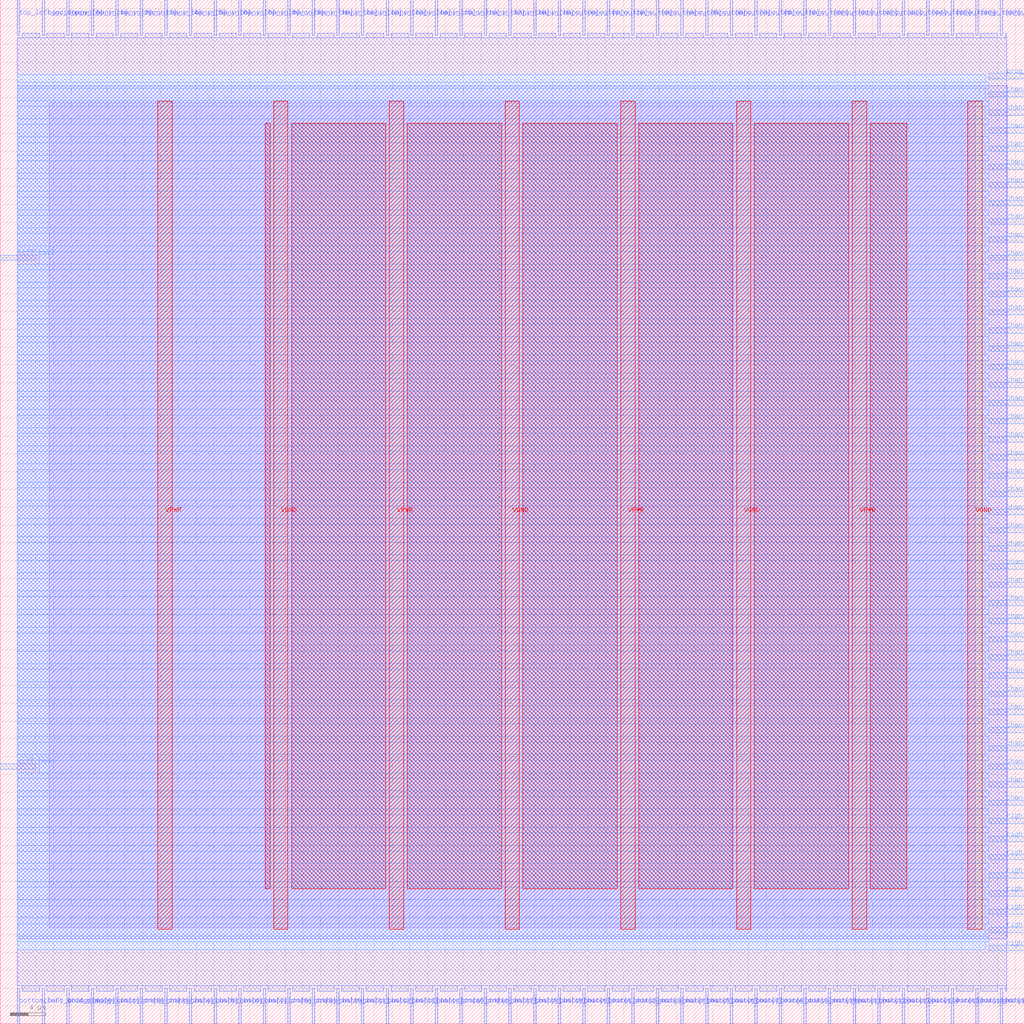
<source format=lef>
VERSION 5.7 ;
  NOWIREEXTENSIONATPIN ON ;
  DIVIDERCHAR "/" ;
  BUSBITCHARS "[]" ;
MACRO sb_0__1_
  CLASS BLOCK ;
  FOREIGN sb_0__1_ ;
  ORIGIN 0.000 0.000 ;
  SIZE 115.000 BY 115.000 ;
  PIN VGND
    DIRECTION INOUT ;
    USE GROUND ;
    PORT
      LAYER met4 ;
        RECT 30.710 10.640 32.310 103.600 ;
    END
    PORT
      LAYER met4 ;
        RECT 56.700 10.640 58.300 103.600 ;
    END
    PORT
      LAYER met4 ;
        RECT 82.690 10.640 84.290 103.600 ;
    END
    PORT
      LAYER met4 ;
        RECT 108.680 10.640 110.280 103.600 ;
    END
  END VGND
  PIN VPWR
    DIRECTION INOUT ;
    USE POWER ;
    PORT
      LAYER met4 ;
        RECT 17.715 10.640 19.315 103.600 ;
    END
    PORT
      LAYER met4 ;
        RECT 43.705 10.640 45.305 103.600 ;
    END
    PORT
      LAYER met4 ;
        RECT 69.695 10.640 71.295 103.600 ;
    END
    PORT
      LAYER met4 ;
        RECT 95.685 10.640 97.285 103.600 ;
    END
  END VPWR
  PIN bottom_left_grid_pin_1_
    DIRECTION INPUT ;
    USE SIGNAL ;
    PORT
      LAYER met2 ;
        RECT 1.930 0.000 2.210 4.000 ;
    END
  END bottom_left_grid_pin_1_
  PIN ccff_head
    DIRECTION INPUT ;
    USE SIGNAL ;
    PORT
      LAYER met3 ;
        RECT 0.000 28.600 4.000 29.200 ;
    END
  END ccff_head
  PIN ccff_tail
    DIRECTION OUTPUT TRISTATE ;
    USE SIGNAL ;
    PORT
      LAYER met3 ;
        RECT 0.000 85.720 4.000 86.320 ;
    END
  END ccff_tail
  PIN chanx_right_in[0]
    DIRECTION INPUT ;
    USE SIGNAL ;
    PORT
      LAYER met3 ;
        RECT 111.000 24.520 115.000 25.120 ;
    END
  END chanx_right_in[0]
  PIN chanx_right_in[10]
    DIRECTION INPUT ;
    USE SIGNAL ;
    PORT
      LAYER met3 ;
        RECT 111.000 44.920 115.000 45.520 ;
    END
  END chanx_right_in[10]
  PIN chanx_right_in[11]
    DIRECTION INPUT ;
    USE SIGNAL ;
    PORT
      LAYER met3 ;
        RECT 111.000 46.960 115.000 47.560 ;
    END
  END chanx_right_in[11]
  PIN chanx_right_in[12]
    DIRECTION INPUT ;
    USE SIGNAL ;
    PORT
      LAYER met3 ;
        RECT 111.000 49.000 115.000 49.600 ;
    END
  END chanx_right_in[12]
  PIN chanx_right_in[13]
    DIRECTION INPUT ;
    USE SIGNAL ;
    PORT
      LAYER met3 ;
        RECT 111.000 51.040 115.000 51.640 ;
    END
  END chanx_right_in[13]
  PIN chanx_right_in[14]
    DIRECTION INPUT ;
    USE SIGNAL ;
    PORT
      LAYER met3 ;
        RECT 111.000 53.080 115.000 53.680 ;
    END
  END chanx_right_in[14]
  PIN chanx_right_in[15]
    DIRECTION INPUT ;
    USE SIGNAL ;
    PORT
      LAYER met3 ;
        RECT 111.000 55.120 115.000 55.720 ;
    END
  END chanx_right_in[15]
  PIN chanx_right_in[16]
    DIRECTION INPUT ;
    USE SIGNAL ;
    PORT
      LAYER met3 ;
        RECT 111.000 57.160 115.000 57.760 ;
    END
  END chanx_right_in[16]
  PIN chanx_right_in[17]
    DIRECTION INPUT ;
    USE SIGNAL ;
    PORT
      LAYER met3 ;
        RECT 111.000 59.200 115.000 59.800 ;
    END
  END chanx_right_in[17]
  PIN chanx_right_in[18]
    DIRECTION INPUT ;
    USE SIGNAL ;
    PORT
      LAYER met3 ;
        RECT 111.000 61.240 115.000 61.840 ;
    END
  END chanx_right_in[18]
  PIN chanx_right_in[19]
    DIRECTION INPUT ;
    USE SIGNAL ;
    PORT
      LAYER met3 ;
        RECT 111.000 63.280 115.000 63.880 ;
    END
  END chanx_right_in[19]
  PIN chanx_right_in[1]
    DIRECTION INPUT ;
    USE SIGNAL ;
    PORT
      LAYER met3 ;
        RECT 111.000 26.560 115.000 27.160 ;
    END
  END chanx_right_in[1]
  PIN chanx_right_in[2]
    DIRECTION INPUT ;
    USE SIGNAL ;
    PORT
      LAYER met3 ;
        RECT 111.000 28.600 115.000 29.200 ;
    END
  END chanx_right_in[2]
  PIN chanx_right_in[3]
    DIRECTION INPUT ;
    USE SIGNAL ;
    PORT
      LAYER met3 ;
        RECT 111.000 30.640 115.000 31.240 ;
    END
  END chanx_right_in[3]
  PIN chanx_right_in[4]
    DIRECTION INPUT ;
    USE SIGNAL ;
    PORT
      LAYER met3 ;
        RECT 111.000 32.680 115.000 33.280 ;
    END
  END chanx_right_in[4]
  PIN chanx_right_in[5]
    DIRECTION INPUT ;
    USE SIGNAL ;
    PORT
      LAYER met3 ;
        RECT 111.000 34.720 115.000 35.320 ;
    END
  END chanx_right_in[5]
  PIN chanx_right_in[6]
    DIRECTION INPUT ;
    USE SIGNAL ;
    PORT
      LAYER met3 ;
        RECT 111.000 36.760 115.000 37.360 ;
    END
  END chanx_right_in[6]
  PIN chanx_right_in[7]
    DIRECTION INPUT ;
    USE SIGNAL ;
    PORT
      LAYER met3 ;
        RECT 111.000 38.800 115.000 39.400 ;
    END
  END chanx_right_in[7]
  PIN chanx_right_in[8]
    DIRECTION INPUT ;
    USE SIGNAL ;
    PORT
      LAYER met3 ;
        RECT 111.000 40.840 115.000 41.440 ;
    END
  END chanx_right_in[8]
  PIN chanx_right_in[9]
    DIRECTION INPUT ;
    USE SIGNAL ;
    PORT
      LAYER met3 ;
        RECT 111.000 42.880 115.000 43.480 ;
    END
  END chanx_right_in[9]
  PIN chanx_right_out[0]
    DIRECTION OUTPUT TRISTATE ;
    USE SIGNAL ;
    PORT
      LAYER met3 ;
        RECT 111.000 65.320 115.000 65.920 ;
    END
  END chanx_right_out[0]
  PIN chanx_right_out[10]
    DIRECTION OUTPUT TRISTATE ;
    USE SIGNAL ;
    PORT
      LAYER met3 ;
        RECT 111.000 85.720 115.000 86.320 ;
    END
  END chanx_right_out[10]
  PIN chanx_right_out[11]
    DIRECTION OUTPUT TRISTATE ;
    USE SIGNAL ;
    PORT
      LAYER met3 ;
        RECT 111.000 87.760 115.000 88.360 ;
    END
  END chanx_right_out[11]
  PIN chanx_right_out[12]
    DIRECTION OUTPUT TRISTATE ;
    USE SIGNAL ;
    PORT
      LAYER met3 ;
        RECT 111.000 89.800 115.000 90.400 ;
    END
  END chanx_right_out[12]
  PIN chanx_right_out[13]
    DIRECTION OUTPUT TRISTATE ;
    USE SIGNAL ;
    PORT
      LAYER met3 ;
        RECT 111.000 91.840 115.000 92.440 ;
    END
  END chanx_right_out[13]
  PIN chanx_right_out[14]
    DIRECTION OUTPUT TRISTATE ;
    USE SIGNAL ;
    PORT
      LAYER met3 ;
        RECT 111.000 93.880 115.000 94.480 ;
    END
  END chanx_right_out[14]
  PIN chanx_right_out[15]
    DIRECTION OUTPUT TRISTATE ;
    USE SIGNAL ;
    PORT
      LAYER met3 ;
        RECT 111.000 95.920 115.000 96.520 ;
    END
  END chanx_right_out[15]
  PIN chanx_right_out[16]
    DIRECTION OUTPUT TRISTATE ;
    USE SIGNAL ;
    PORT
      LAYER met3 ;
        RECT 111.000 97.960 115.000 98.560 ;
    END
  END chanx_right_out[16]
  PIN chanx_right_out[17]
    DIRECTION OUTPUT TRISTATE ;
    USE SIGNAL ;
    PORT
      LAYER met3 ;
        RECT 111.000 100.000 115.000 100.600 ;
    END
  END chanx_right_out[17]
  PIN chanx_right_out[18]
    DIRECTION OUTPUT TRISTATE ;
    USE SIGNAL ;
    PORT
      LAYER met3 ;
        RECT 111.000 102.040 115.000 102.640 ;
    END
  END chanx_right_out[18]
  PIN chanx_right_out[19]
    DIRECTION OUTPUT TRISTATE ;
    USE SIGNAL ;
    PORT
      LAYER met3 ;
        RECT 111.000 104.080 115.000 104.680 ;
    END
  END chanx_right_out[19]
  PIN chanx_right_out[1]
    DIRECTION OUTPUT TRISTATE ;
    USE SIGNAL ;
    PORT
      LAYER met3 ;
        RECT 111.000 67.360 115.000 67.960 ;
    END
  END chanx_right_out[1]
  PIN chanx_right_out[2]
    DIRECTION OUTPUT TRISTATE ;
    USE SIGNAL ;
    PORT
      LAYER met3 ;
        RECT 111.000 69.400 115.000 70.000 ;
    END
  END chanx_right_out[2]
  PIN chanx_right_out[3]
    DIRECTION OUTPUT TRISTATE ;
    USE SIGNAL ;
    PORT
      LAYER met3 ;
        RECT 111.000 71.440 115.000 72.040 ;
    END
  END chanx_right_out[3]
  PIN chanx_right_out[4]
    DIRECTION OUTPUT TRISTATE ;
    USE SIGNAL ;
    PORT
      LAYER met3 ;
        RECT 111.000 73.480 115.000 74.080 ;
    END
  END chanx_right_out[4]
  PIN chanx_right_out[5]
    DIRECTION OUTPUT TRISTATE ;
    USE SIGNAL ;
    PORT
      LAYER met3 ;
        RECT 111.000 75.520 115.000 76.120 ;
    END
  END chanx_right_out[5]
  PIN chanx_right_out[6]
    DIRECTION OUTPUT TRISTATE ;
    USE SIGNAL ;
    PORT
      LAYER met3 ;
        RECT 111.000 77.560 115.000 78.160 ;
    END
  END chanx_right_out[6]
  PIN chanx_right_out[7]
    DIRECTION OUTPUT TRISTATE ;
    USE SIGNAL ;
    PORT
      LAYER met3 ;
        RECT 111.000 79.600 115.000 80.200 ;
    END
  END chanx_right_out[7]
  PIN chanx_right_out[8]
    DIRECTION OUTPUT TRISTATE ;
    USE SIGNAL ;
    PORT
      LAYER met3 ;
        RECT 111.000 81.640 115.000 82.240 ;
    END
  END chanx_right_out[8]
  PIN chanx_right_out[9]
    DIRECTION OUTPUT TRISTATE ;
    USE SIGNAL ;
    PORT
      LAYER met3 ;
        RECT 111.000 83.680 115.000 84.280 ;
    END
  END chanx_right_out[9]
  PIN chany_bottom_in[0]
    DIRECTION INPUT ;
    USE SIGNAL ;
    PORT
      LAYER met2 ;
        RECT 4.690 0.000 4.970 4.000 ;
    END
  END chany_bottom_in[0]
  PIN chany_bottom_in[10]
    DIRECTION INPUT ;
    USE SIGNAL ;
    PORT
      LAYER met2 ;
        RECT 32.290 0.000 32.570 4.000 ;
    END
  END chany_bottom_in[10]
  PIN chany_bottom_in[11]
    DIRECTION INPUT ;
    USE SIGNAL ;
    PORT
      LAYER met2 ;
        RECT 35.050 0.000 35.330 4.000 ;
    END
  END chany_bottom_in[11]
  PIN chany_bottom_in[12]
    DIRECTION INPUT ;
    USE SIGNAL ;
    PORT
      LAYER met2 ;
        RECT 37.810 0.000 38.090 4.000 ;
    END
  END chany_bottom_in[12]
  PIN chany_bottom_in[13]
    DIRECTION INPUT ;
    USE SIGNAL ;
    PORT
      LAYER met2 ;
        RECT 40.570 0.000 40.850 4.000 ;
    END
  END chany_bottom_in[13]
  PIN chany_bottom_in[14]
    DIRECTION INPUT ;
    USE SIGNAL ;
    PORT
      LAYER met2 ;
        RECT 43.330 0.000 43.610 4.000 ;
    END
  END chany_bottom_in[14]
  PIN chany_bottom_in[15]
    DIRECTION INPUT ;
    USE SIGNAL ;
    PORT
      LAYER met2 ;
        RECT 46.090 0.000 46.370 4.000 ;
    END
  END chany_bottom_in[15]
  PIN chany_bottom_in[16]
    DIRECTION INPUT ;
    USE SIGNAL ;
    PORT
      LAYER met2 ;
        RECT 48.850 0.000 49.130 4.000 ;
    END
  END chany_bottom_in[16]
  PIN chany_bottom_in[17]
    DIRECTION INPUT ;
    USE SIGNAL ;
    PORT
      LAYER met2 ;
        RECT 51.610 0.000 51.890 4.000 ;
    END
  END chany_bottom_in[17]
  PIN chany_bottom_in[18]
    DIRECTION INPUT ;
    USE SIGNAL ;
    PORT
      LAYER met2 ;
        RECT 54.370 0.000 54.650 4.000 ;
    END
  END chany_bottom_in[18]
  PIN chany_bottom_in[19]
    DIRECTION INPUT ;
    USE SIGNAL ;
    PORT
      LAYER met2 ;
        RECT 57.130 0.000 57.410 4.000 ;
    END
  END chany_bottom_in[19]
  PIN chany_bottom_in[1]
    DIRECTION INPUT ;
    USE SIGNAL ;
    PORT
      LAYER met2 ;
        RECT 7.450 0.000 7.730 4.000 ;
    END
  END chany_bottom_in[1]
  PIN chany_bottom_in[2]
    DIRECTION INPUT ;
    USE SIGNAL ;
    PORT
      LAYER met2 ;
        RECT 10.210 0.000 10.490 4.000 ;
    END
  END chany_bottom_in[2]
  PIN chany_bottom_in[3]
    DIRECTION INPUT ;
    USE SIGNAL ;
    PORT
      LAYER met2 ;
        RECT 12.970 0.000 13.250 4.000 ;
    END
  END chany_bottom_in[3]
  PIN chany_bottom_in[4]
    DIRECTION INPUT ;
    USE SIGNAL ;
    PORT
      LAYER met2 ;
        RECT 15.730 0.000 16.010 4.000 ;
    END
  END chany_bottom_in[4]
  PIN chany_bottom_in[5]
    DIRECTION INPUT ;
    USE SIGNAL ;
    PORT
      LAYER met2 ;
        RECT 18.490 0.000 18.770 4.000 ;
    END
  END chany_bottom_in[5]
  PIN chany_bottom_in[6]
    DIRECTION INPUT ;
    USE SIGNAL ;
    PORT
      LAYER met2 ;
        RECT 21.250 0.000 21.530 4.000 ;
    END
  END chany_bottom_in[6]
  PIN chany_bottom_in[7]
    DIRECTION INPUT ;
    USE SIGNAL ;
    PORT
      LAYER met2 ;
        RECT 24.010 0.000 24.290 4.000 ;
    END
  END chany_bottom_in[7]
  PIN chany_bottom_in[8]
    DIRECTION INPUT ;
    USE SIGNAL ;
    PORT
      LAYER met2 ;
        RECT 26.770 0.000 27.050 4.000 ;
    END
  END chany_bottom_in[8]
  PIN chany_bottom_in[9]
    DIRECTION INPUT ;
    USE SIGNAL ;
    PORT
      LAYER met2 ;
        RECT 29.530 0.000 29.810 4.000 ;
    END
  END chany_bottom_in[9]
  PIN chany_bottom_out[0]
    DIRECTION OUTPUT TRISTATE ;
    USE SIGNAL ;
    PORT
      LAYER met2 ;
        RECT 59.890 0.000 60.170 4.000 ;
    END
  END chany_bottom_out[0]
  PIN chany_bottom_out[10]
    DIRECTION OUTPUT TRISTATE ;
    USE SIGNAL ;
    PORT
      LAYER met2 ;
        RECT 87.490 0.000 87.770 4.000 ;
    END
  END chany_bottom_out[10]
  PIN chany_bottom_out[11]
    DIRECTION OUTPUT TRISTATE ;
    USE SIGNAL ;
    PORT
      LAYER met2 ;
        RECT 90.250 0.000 90.530 4.000 ;
    END
  END chany_bottom_out[11]
  PIN chany_bottom_out[12]
    DIRECTION OUTPUT TRISTATE ;
    USE SIGNAL ;
    PORT
      LAYER met2 ;
        RECT 93.010 0.000 93.290 4.000 ;
    END
  END chany_bottom_out[12]
  PIN chany_bottom_out[13]
    DIRECTION OUTPUT TRISTATE ;
    USE SIGNAL ;
    PORT
      LAYER met2 ;
        RECT 95.770 0.000 96.050 4.000 ;
    END
  END chany_bottom_out[13]
  PIN chany_bottom_out[14]
    DIRECTION OUTPUT TRISTATE ;
    USE SIGNAL ;
    PORT
      LAYER met2 ;
        RECT 98.530 0.000 98.810 4.000 ;
    END
  END chany_bottom_out[14]
  PIN chany_bottom_out[15]
    DIRECTION OUTPUT TRISTATE ;
    USE SIGNAL ;
    PORT
      LAYER met2 ;
        RECT 101.290 0.000 101.570 4.000 ;
    END
  END chany_bottom_out[15]
  PIN chany_bottom_out[16]
    DIRECTION OUTPUT TRISTATE ;
    USE SIGNAL ;
    PORT
      LAYER met2 ;
        RECT 104.050 0.000 104.330 4.000 ;
    END
  END chany_bottom_out[16]
  PIN chany_bottom_out[17]
    DIRECTION OUTPUT TRISTATE ;
    USE SIGNAL ;
    PORT
      LAYER met2 ;
        RECT 106.810 0.000 107.090 4.000 ;
    END
  END chany_bottom_out[17]
  PIN chany_bottom_out[18]
    DIRECTION OUTPUT TRISTATE ;
    USE SIGNAL ;
    PORT
      LAYER met2 ;
        RECT 109.570 0.000 109.850 4.000 ;
    END
  END chany_bottom_out[18]
  PIN chany_bottom_out[19]
    DIRECTION OUTPUT TRISTATE ;
    USE SIGNAL ;
    PORT
      LAYER met2 ;
        RECT 112.330 0.000 112.610 4.000 ;
    END
  END chany_bottom_out[19]
  PIN chany_bottom_out[1]
    DIRECTION OUTPUT TRISTATE ;
    USE SIGNAL ;
    PORT
      LAYER met2 ;
        RECT 62.650 0.000 62.930 4.000 ;
    END
  END chany_bottom_out[1]
  PIN chany_bottom_out[2]
    DIRECTION OUTPUT TRISTATE ;
    USE SIGNAL ;
    PORT
      LAYER met2 ;
        RECT 65.410 0.000 65.690 4.000 ;
    END
  END chany_bottom_out[2]
  PIN chany_bottom_out[3]
    DIRECTION OUTPUT TRISTATE ;
    USE SIGNAL ;
    PORT
      LAYER met2 ;
        RECT 68.170 0.000 68.450 4.000 ;
    END
  END chany_bottom_out[3]
  PIN chany_bottom_out[4]
    DIRECTION OUTPUT TRISTATE ;
    USE SIGNAL ;
    PORT
      LAYER met2 ;
        RECT 70.930 0.000 71.210 4.000 ;
    END
  END chany_bottom_out[4]
  PIN chany_bottom_out[5]
    DIRECTION OUTPUT TRISTATE ;
    USE SIGNAL ;
    PORT
      LAYER met2 ;
        RECT 73.690 0.000 73.970 4.000 ;
    END
  END chany_bottom_out[5]
  PIN chany_bottom_out[6]
    DIRECTION OUTPUT TRISTATE ;
    USE SIGNAL ;
    PORT
      LAYER met2 ;
        RECT 76.450 0.000 76.730 4.000 ;
    END
  END chany_bottom_out[6]
  PIN chany_bottom_out[7]
    DIRECTION OUTPUT TRISTATE ;
    USE SIGNAL ;
    PORT
      LAYER met2 ;
        RECT 79.210 0.000 79.490 4.000 ;
    END
  END chany_bottom_out[7]
  PIN chany_bottom_out[8]
    DIRECTION OUTPUT TRISTATE ;
    USE SIGNAL ;
    PORT
      LAYER met2 ;
        RECT 81.970 0.000 82.250 4.000 ;
    END
  END chany_bottom_out[8]
  PIN chany_bottom_out[9]
    DIRECTION OUTPUT TRISTATE ;
    USE SIGNAL ;
    PORT
      LAYER met2 ;
        RECT 84.730 0.000 85.010 4.000 ;
    END
  END chany_bottom_out[9]
  PIN chany_top_in[0]
    DIRECTION INPUT ;
    USE SIGNAL ;
    PORT
      LAYER met2 ;
        RECT 4.690 111.000 4.970 115.000 ;
    END
  END chany_top_in[0]
  PIN chany_top_in[10]
    DIRECTION INPUT ;
    USE SIGNAL ;
    PORT
      LAYER met2 ;
        RECT 32.290 111.000 32.570 115.000 ;
    END
  END chany_top_in[10]
  PIN chany_top_in[11]
    DIRECTION INPUT ;
    USE SIGNAL ;
    PORT
      LAYER met2 ;
        RECT 35.050 111.000 35.330 115.000 ;
    END
  END chany_top_in[11]
  PIN chany_top_in[12]
    DIRECTION INPUT ;
    USE SIGNAL ;
    PORT
      LAYER met2 ;
        RECT 37.810 111.000 38.090 115.000 ;
    END
  END chany_top_in[12]
  PIN chany_top_in[13]
    DIRECTION INPUT ;
    USE SIGNAL ;
    PORT
      LAYER met2 ;
        RECT 40.570 111.000 40.850 115.000 ;
    END
  END chany_top_in[13]
  PIN chany_top_in[14]
    DIRECTION INPUT ;
    USE SIGNAL ;
    PORT
      LAYER met2 ;
        RECT 43.330 111.000 43.610 115.000 ;
    END
  END chany_top_in[14]
  PIN chany_top_in[15]
    DIRECTION INPUT ;
    USE SIGNAL ;
    PORT
      LAYER met2 ;
        RECT 46.090 111.000 46.370 115.000 ;
    END
  END chany_top_in[15]
  PIN chany_top_in[16]
    DIRECTION INPUT ;
    USE SIGNAL ;
    PORT
      LAYER met2 ;
        RECT 48.850 111.000 49.130 115.000 ;
    END
  END chany_top_in[16]
  PIN chany_top_in[17]
    DIRECTION INPUT ;
    USE SIGNAL ;
    PORT
      LAYER met2 ;
        RECT 51.610 111.000 51.890 115.000 ;
    END
  END chany_top_in[17]
  PIN chany_top_in[18]
    DIRECTION INPUT ;
    USE SIGNAL ;
    PORT
      LAYER met2 ;
        RECT 54.370 111.000 54.650 115.000 ;
    END
  END chany_top_in[18]
  PIN chany_top_in[19]
    DIRECTION INPUT ;
    USE SIGNAL ;
    PORT
      LAYER met2 ;
        RECT 57.130 111.000 57.410 115.000 ;
    END
  END chany_top_in[19]
  PIN chany_top_in[1]
    DIRECTION INPUT ;
    USE SIGNAL ;
    PORT
      LAYER met2 ;
        RECT 7.450 111.000 7.730 115.000 ;
    END
  END chany_top_in[1]
  PIN chany_top_in[2]
    DIRECTION INPUT ;
    USE SIGNAL ;
    PORT
      LAYER met2 ;
        RECT 10.210 111.000 10.490 115.000 ;
    END
  END chany_top_in[2]
  PIN chany_top_in[3]
    DIRECTION INPUT ;
    USE SIGNAL ;
    PORT
      LAYER met2 ;
        RECT 12.970 111.000 13.250 115.000 ;
    END
  END chany_top_in[3]
  PIN chany_top_in[4]
    DIRECTION INPUT ;
    USE SIGNAL ;
    PORT
      LAYER met2 ;
        RECT 15.730 111.000 16.010 115.000 ;
    END
  END chany_top_in[4]
  PIN chany_top_in[5]
    DIRECTION INPUT ;
    USE SIGNAL ;
    PORT
      LAYER met2 ;
        RECT 18.490 111.000 18.770 115.000 ;
    END
  END chany_top_in[5]
  PIN chany_top_in[6]
    DIRECTION INPUT ;
    USE SIGNAL ;
    PORT
      LAYER met2 ;
        RECT 21.250 111.000 21.530 115.000 ;
    END
  END chany_top_in[6]
  PIN chany_top_in[7]
    DIRECTION INPUT ;
    USE SIGNAL ;
    PORT
      LAYER met2 ;
        RECT 24.010 111.000 24.290 115.000 ;
    END
  END chany_top_in[7]
  PIN chany_top_in[8]
    DIRECTION INPUT ;
    USE SIGNAL ;
    PORT
      LAYER met2 ;
        RECT 26.770 111.000 27.050 115.000 ;
    END
  END chany_top_in[8]
  PIN chany_top_in[9]
    DIRECTION INPUT ;
    USE SIGNAL ;
    PORT
      LAYER met2 ;
        RECT 29.530 111.000 29.810 115.000 ;
    END
  END chany_top_in[9]
  PIN chany_top_out[0]
    DIRECTION OUTPUT TRISTATE ;
    USE SIGNAL ;
    PORT
      LAYER met2 ;
        RECT 59.890 111.000 60.170 115.000 ;
    END
  END chany_top_out[0]
  PIN chany_top_out[10]
    DIRECTION OUTPUT TRISTATE ;
    USE SIGNAL ;
    PORT
      LAYER met2 ;
        RECT 87.490 111.000 87.770 115.000 ;
    END
  END chany_top_out[10]
  PIN chany_top_out[11]
    DIRECTION OUTPUT TRISTATE ;
    USE SIGNAL ;
    PORT
      LAYER met2 ;
        RECT 90.250 111.000 90.530 115.000 ;
    END
  END chany_top_out[11]
  PIN chany_top_out[12]
    DIRECTION OUTPUT TRISTATE ;
    USE SIGNAL ;
    PORT
      LAYER met2 ;
        RECT 93.010 111.000 93.290 115.000 ;
    END
  END chany_top_out[12]
  PIN chany_top_out[13]
    DIRECTION OUTPUT TRISTATE ;
    USE SIGNAL ;
    PORT
      LAYER met2 ;
        RECT 95.770 111.000 96.050 115.000 ;
    END
  END chany_top_out[13]
  PIN chany_top_out[14]
    DIRECTION OUTPUT TRISTATE ;
    USE SIGNAL ;
    PORT
      LAYER met2 ;
        RECT 98.530 111.000 98.810 115.000 ;
    END
  END chany_top_out[14]
  PIN chany_top_out[15]
    DIRECTION OUTPUT TRISTATE ;
    USE SIGNAL ;
    PORT
      LAYER met2 ;
        RECT 101.290 111.000 101.570 115.000 ;
    END
  END chany_top_out[15]
  PIN chany_top_out[16]
    DIRECTION OUTPUT TRISTATE ;
    USE SIGNAL ;
    PORT
      LAYER met2 ;
        RECT 104.050 111.000 104.330 115.000 ;
    END
  END chany_top_out[16]
  PIN chany_top_out[17]
    DIRECTION OUTPUT TRISTATE ;
    USE SIGNAL ;
    PORT
      LAYER met2 ;
        RECT 106.810 111.000 107.090 115.000 ;
    END
  END chany_top_out[17]
  PIN chany_top_out[18]
    DIRECTION OUTPUT TRISTATE ;
    USE SIGNAL ;
    PORT
      LAYER met2 ;
        RECT 109.570 111.000 109.850 115.000 ;
    END
  END chany_top_out[18]
  PIN chany_top_out[19]
    DIRECTION OUTPUT TRISTATE ;
    USE SIGNAL ;
    PORT
      LAYER met2 ;
        RECT 112.330 111.000 112.610 115.000 ;
    END
  END chany_top_out[19]
  PIN chany_top_out[1]
    DIRECTION OUTPUT TRISTATE ;
    USE SIGNAL ;
    PORT
      LAYER met2 ;
        RECT 62.650 111.000 62.930 115.000 ;
    END
  END chany_top_out[1]
  PIN chany_top_out[2]
    DIRECTION OUTPUT TRISTATE ;
    USE SIGNAL ;
    PORT
      LAYER met2 ;
        RECT 65.410 111.000 65.690 115.000 ;
    END
  END chany_top_out[2]
  PIN chany_top_out[3]
    DIRECTION OUTPUT TRISTATE ;
    USE SIGNAL ;
    PORT
      LAYER met2 ;
        RECT 68.170 111.000 68.450 115.000 ;
    END
  END chany_top_out[3]
  PIN chany_top_out[4]
    DIRECTION OUTPUT TRISTATE ;
    USE SIGNAL ;
    PORT
      LAYER met2 ;
        RECT 70.930 111.000 71.210 115.000 ;
    END
  END chany_top_out[4]
  PIN chany_top_out[5]
    DIRECTION OUTPUT TRISTATE ;
    USE SIGNAL ;
    PORT
      LAYER met2 ;
        RECT 73.690 111.000 73.970 115.000 ;
    END
  END chany_top_out[5]
  PIN chany_top_out[6]
    DIRECTION OUTPUT TRISTATE ;
    USE SIGNAL ;
    PORT
      LAYER met2 ;
        RECT 76.450 111.000 76.730 115.000 ;
    END
  END chany_top_out[6]
  PIN chany_top_out[7]
    DIRECTION OUTPUT TRISTATE ;
    USE SIGNAL ;
    PORT
      LAYER met2 ;
        RECT 79.210 111.000 79.490 115.000 ;
    END
  END chany_top_out[7]
  PIN chany_top_out[8]
    DIRECTION OUTPUT TRISTATE ;
    USE SIGNAL ;
    PORT
      LAYER met2 ;
        RECT 81.970 111.000 82.250 115.000 ;
    END
  END chany_top_out[8]
  PIN chany_top_out[9]
    DIRECTION OUTPUT TRISTATE ;
    USE SIGNAL ;
    PORT
      LAYER met2 ;
        RECT 84.730 111.000 85.010 115.000 ;
    END
  END chany_top_out[9]
  PIN prog_clk_0_E_in
    DIRECTION INPUT ;
    USE SIGNAL ;
    PORT
      LAYER met3 ;
        RECT 111.000 106.120 115.000 106.720 ;
    END
  END prog_clk_0_E_in
  PIN right_bottom_grid_pin_34_
    DIRECTION INPUT ;
    USE SIGNAL ;
    PORT
      LAYER met3 ;
        RECT 111.000 8.200 115.000 8.800 ;
    END
  END right_bottom_grid_pin_34_
  PIN right_bottom_grid_pin_35_
    DIRECTION INPUT ;
    USE SIGNAL ;
    PORT
      LAYER met3 ;
        RECT 111.000 10.240 115.000 10.840 ;
    END
  END right_bottom_grid_pin_35_
  PIN right_bottom_grid_pin_36_
    DIRECTION INPUT ;
    USE SIGNAL ;
    PORT
      LAYER met3 ;
        RECT 111.000 12.280 115.000 12.880 ;
    END
  END right_bottom_grid_pin_36_
  PIN right_bottom_grid_pin_37_
    DIRECTION INPUT ;
    USE SIGNAL ;
    PORT
      LAYER met3 ;
        RECT 111.000 14.320 115.000 14.920 ;
    END
  END right_bottom_grid_pin_37_
  PIN right_bottom_grid_pin_38_
    DIRECTION INPUT ;
    USE SIGNAL ;
    PORT
      LAYER met3 ;
        RECT 111.000 16.360 115.000 16.960 ;
    END
  END right_bottom_grid_pin_38_
  PIN right_bottom_grid_pin_39_
    DIRECTION INPUT ;
    USE SIGNAL ;
    PORT
      LAYER met3 ;
        RECT 111.000 18.400 115.000 19.000 ;
    END
  END right_bottom_grid_pin_39_
  PIN right_bottom_grid_pin_40_
    DIRECTION INPUT ;
    USE SIGNAL ;
    PORT
      LAYER met3 ;
        RECT 111.000 20.440 115.000 21.040 ;
    END
  END right_bottom_grid_pin_40_
  PIN right_bottom_grid_pin_41_
    DIRECTION INPUT ;
    USE SIGNAL ;
    PORT
      LAYER met3 ;
        RECT 111.000 22.480 115.000 23.080 ;
    END
  END right_bottom_grid_pin_41_
  PIN top_left_grid_pin_1_
    DIRECTION INPUT ;
    USE SIGNAL ;
    PORT
      LAYER met2 ;
        RECT 1.930 111.000 2.210 115.000 ;
    END
  END top_left_grid_pin_1_
  OBS
      LAYER li1 ;
        RECT 5.520 10.795 109.480 103.445 ;
      LAYER met1 ;
        RECT 1.910 9.560 113.090 105.360 ;
      LAYER met2 ;
        RECT 2.490 110.720 4.410 111.250 ;
        RECT 5.250 110.720 7.170 111.250 ;
        RECT 8.010 110.720 9.930 111.250 ;
        RECT 10.770 110.720 12.690 111.250 ;
        RECT 13.530 110.720 15.450 111.250 ;
        RECT 16.290 110.720 18.210 111.250 ;
        RECT 19.050 110.720 20.970 111.250 ;
        RECT 21.810 110.720 23.730 111.250 ;
        RECT 24.570 110.720 26.490 111.250 ;
        RECT 27.330 110.720 29.250 111.250 ;
        RECT 30.090 110.720 32.010 111.250 ;
        RECT 32.850 110.720 34.770 111.250 ;
        RECT 35.610 110.720 37.530 111.250 ;
        RECT 38.370 110.720 40.290 111.250 ;
        RECT 41.130 110.720 43.050 111.250 ;
        RECT 43.890 110.720 45.810 111.250 ;
        RECT 46.650 110.720 48.570 111.250 ;
        RECT 49.410 110.720 51.330 111.250 ;
        RECT 52.170 110.720 54.090 111.250 ;
        RECT 54.930 110.720 56.850 111.250 ;
        RECT 57.690 110.720 59.610 111.250 ;
        RECT 60.450 110.720 62.370 111.250 ;
        RECT 63.210 110.720 65.130 111.250 ;
        RECT 65.970 110.720 67.890 111.250 ;
        RECT 68.730 110.720 70.650 111.250 ;
        RECT 71.490 110.720 73.410 111.250 ;
        RECT 74.250 110.720 76.170 111.250 ;
        RECT 77.010 110.720 78.930 111.250 ;
        RECT 79.770 110.720 81.690 111.250 ;
        RECT 82.530 110.720 84.450 111.250 ;
        RECT 85.290 110.720 87.210 111.250 ;
        RECT 88.050 110.720 89.970 111.250 ;
        RECT 90.810 110.720 92.730 111.250 ;
        RECT 93.570 110.720 95.490 111.250 ;
        RECT 96.330 110.720 98.250 111.250 ;
        RECT 99.090 110.720 101.010 111.250 ;
        RECT 101.850 110.720 103.770 111.250 ;
        RECT 104.610 110.720 106.530 111.250 ;
        RECT 107.370 110.720 109.290 111.250 ;
        RECT 110.130 110.720 112.050 111.250 ;
        RECT 112.890 110.720 113.060 111.250 ;
        RECT 1.930 4.280 113.060 110.720 ;
        RECT 2.490 3.670 4.410 4.280 ;
        RECT 5.250 3.670 7.170 4.280 ;
        RECT 8.010 3.670 9.930 4.280 ;
        RECT 10.770 3.670 12.690 4.280 ;
        RECT 13.530 3.670 15.450 4.280 ;
        RECT 16.290 3.670 18.210 4.280 ;
        RECT 19.050 3.670 20.970 4.280 ;
        RECT 21.810 3.670 23.730 4.280 ;
        RECT 24.570 3.670 26.490 4.280 ;
        RECT 27.330 3.670 29.250 4.280 ;
        RECT 30.090 3.670 32.010 4.280 ;
        RECT 32.850 3.670 34.770 4.280 ;
        RECT 35.610 3.670 37.530 4.280 ;
        RECT 38.370 3.670 40.290 4.280 ;
        RECT 41.130 3.670 43.050 4.280 ;
        RECT 43.890 3.670 45.810 4.280 ;
        RECT 46.650 3.670 48.570 4.280 ;
        RECT 49.410 3.670 51.330 4.280 ;
        RECT 52.170 3.670 54.090 4.280 ;
        RECT 54.930 3.670 56.850 4.280 ;
        RECT 57.690 3.670 59.610 4.280 ;
        RECT 60.450 3.670 62.370 4.280 ;
        RECT 63.210 3.670 65.130 4.280 ;
        RECT 65.970 3.670 67.890 4.280 ;
        RECT 68.730 3.670 70.650 4.280 ;
        RECT 71.490 3.670 73.410 4.280 ;
        RECT 74.250 3.670 76.170 4.280 ;
        RECT 77.010 3.670 78.930 4.280 ;
        RECT 79.770 3.670 81.690 4.280 ;
        RECT 82.530 3.670 84.450 4.280 ;
        RECT 85.290 3.670 87.210 4.280 ;
        RECT 88.050 3.670 89.970 4.280 ;
        RECT 90.810 3.670 92.730 4.280 ;
        RECT 93.570 3.670 95.490 4.280 ;
        RECT 96.330 3.670 98.250 4.280 ;
        RECT 99.090 3.670 101.010 4.280 ;
        RECT 101.850 3.670 103.770 4.280 ;
        RECT 104.610 3.670 106.530 4.280 ;
        RECT 107.370 3.670 109.290 4.280 ;
        RECT 110.130 3.670 112.050 4.280 ;
        RECT 112.890 3.670 113.060 4.280 ;
      LAYER met3 ;
        RECT 1.905 105.720 110.600 106.585 ;
        RECT 1.905 105.080 111.010 105.720 ;
        RECT 1.905 103.680 110.600 105.080 ;
        RECT 1.905 103.040 111.010 103.680 ;
        RECT 1.905 101.640 110.600 103.040 ;
        RECT 1.905 101.000 111.010 101.640 ;
        RECT 1.905 99.600 110.600 101.000 ;
        RECT 1.905 98.960 111.010 99.600 ;
        RECT 1.905 97.560 110.600 98.960 ;
        RECT 1.905 96.920 111.010 97.560 ;
        RECT 1.905 95.520 110.600 96.920 ;
        RECT 1.905 94.880 111.010 95.520 ;
        RECT 1.905 93.480 110.600 94.880 ;
        RECT 1.905 92.840 111.010 93.480 ;
        RECT 1.905 91.440 110.600 92.840 ;
        RECT 1.905 90.800 111.010 91.440 ;
        RECT 1.905 89.400 110.600 90.800 ;
        RECT 1.905 88.760 111.010 89.400 ;
        RECT 1.905 87.360 110.600 88.760 ;
        RECT 1.905 86.720 111.010 87.360 ;
        RECT 4.400 85.320 110.600 86.720 ;
        RECT 1.905 84.680 111.010 85.320 ;
        RECT 1.905 83.280 110.600 84.680 ;
        RECT 1.905 82.640 111.010 83.280 ;
        RECT 1.905 81.240 110.600 82.640 ;
        RECT 1.905 80.600 111.010 81.240 ;
        RECT 1.905 79.200 110.600 80.600 ;
        RECT 1.905 78.560 111.010 79.200 ;
        RECT 1.905 77.160 110.600 78.560 ;
        RECT 1.905 76.520 111.010 77.160 ;
        RECT 1.905 75.120 110.600 76.520 ;
        RECT 1.905 74.480 111.010 75.120 ;
        RECT 1.905 73.080 110.600 74.480 ;
        RECT 1.905 72.440 111.010 73.080 ;
        RECT 1.905 71.040 110.600 72.440 ;
        RECT 1.905 70.400 111.010 71.040 ;
        RECT 1.905 69.000 110.600 70.400 ;
        RECT 1.905 68.360 111.010 69.000 ;
        RECT 1.905 66.960 110.600 68.360 ;
        RECT 1.905 66.320 111.010 66.960 ;
        RECT 1.905 64.920 110.600 66.320 ;
        RECT 1.905 64.280 111.010 64.920 ;
        RECT 1.905 62.880 110.600 64.280 ;
        RECT 1.905 62.240 111.010 62.880 ;
        RECT 1.905 60.840 110.600 62.240 ;
        RECT 1.905 60.200 111.010 60.840 ;
        RECT 1.905 58.800 110.600 60.200 ;
        RECT 1.905 58.160 111.010 58.800 ;
        RECT 1.905 56.760 110.600 58.160 ;
        RECT 1.905 56.120 111.010 56.760 ;
        RECT 1.905 54.720 110.600 56.120 ;
        RECT 1.905 54.080 111.010 54.720 ;
        RECT 1.905 52.680 110.600 54.080 ;
        RECT 1.905 52.040 111.010 52.680 ;
        RECT 1.905 50.640 110.600 52.040 ;
        RECT 1.905 50.000 111.010 50.640 ;
        RECT 1.905 48.600 110.600 50.000 ;
        RECT 1.905 47.960 111.010 48.600 ;
        RECT 1.905 46.560 110.600 47.960 ;
        RECT 1.905 45.920 111.010 46.560 ;
        RECT 1.905 44.520 110.600 45.920 ;
        RECT 1.905 43.880 111.010 44.520 ;
        RECT 1.905 42.480 110.600 43.880 ;
        RECT 1.905 41.840 111.010 42.480 ;
        RECT 1.905 40.440 110.600 41.840 ;
        RECT 1.905 39.800 111.010 40.440 ;
        RECT 1.905 38.400 110.600 39.800 ;
        RECT 1.905 37.760 111.010 38.400 ;
        RECT 1.905 36.360 110.600 37.760 ;
        RECT 1.905 35.720 111.010 36.360 ;
        RECT 1.905 34.320 110.600 35.720 ;
        RECT 1.905 33.680 111.010 34.320 ;
        RECT 1.905 32.280 110.600 33.680 ;
        RECT 1.905 31.640 111.010 32.280 ;
        RECT 1.905 30.240 110.600 31.640 ;
        RECT 1.905 29.600 111.010 30.240 ;
        RECT 4.400 28.200 110.600 29.600 ;
        RECT 1.905 27.560 111.010 28.200 ;
        RECT 1.905 26.160 110.600 27.560 ;
        RECT 1.905 25.520 111.010 26.160 ;
        RECT 1.905 24.120 110.600 25.520 ;
        RECT 1.905 23.480 111.010 24.120 ;
        RECT 1.905 22.080 110.600 23.480 ;
        RECT 1.905 21.440 111.010 22.080 ;
        RECT 1.905 20.040 110.600 21.440 ;
        RECT 1.905 19.400 111.010 20.040 ;
        RECT 1.905 18.000 110.600 19.400 ;
        RECT 1.905 17.360 111.010 18.000 ;
        RECT 1.905 15.960 110.600 17.360 ;
        RECT 1.905 15.320 111.010 15.960 ;
        RECT 1.905 13.920 110.600 15.320 ;
        RECT 1.905 13.280 111.010 13.920 ;
        RECT 1.905 11.880 110.600 13.280 ;
        RECT 1.905 11.240 111.010 11.880 ;
        RECT 1.905 9.840 110.600 11.240 ;
        RECT 1.905 9.200 111.010 9.840 ;
        RECT 1.905 8.335 110.600 9.200 ;
      LAYER met4 ;
        RECT 29.735 15.135 30.310 101.145 ;
        RECT 32.710 15.135 43.305 101.145 ;
        RECT 45.705 15.135 56.300 101.145 ;
        RECT 58.700 15.135 69.295 101.145 ;
        RECT 71.695 15.135 82.290 101.145 ;
        RECT 84.690 15.135 95.285 101.145 ;
        RECT 97.685 15.135 101.825 101.145 ;
  END
END sb_0__1_
END LIBRARY


</source>
